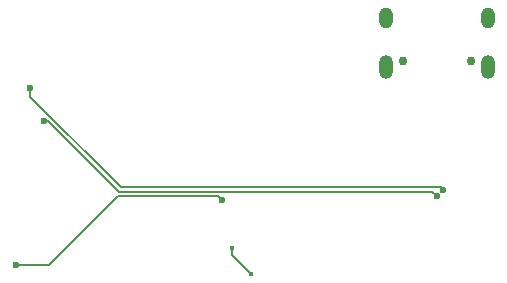
<source format=gbl>
G04 #@! TF.GenerationSoftware,KiCad,Pcbnew,8.0.7-8.0.7-0~ubuntu22.04.1*
G04 #@! TF.CreationDate,2025-01-18T09:20:26+01:00*
G04 #@! TF.ProjectId,esp32_boilerplate,65737033-325f-4626-9f69-6c6572706c61,rev?*
G04 #@! TF.SameCoordinates,Original*
G04 #@! TF.FileFunction,Copper,L2,Bot*
G04 #@! TF.FilePolarity,Positive*
%FSLAX46Y46*%
G04 Gerber Fmt 4.6, Leading zero omitted, Abs format (unit mm)*
G04 Created by KiCad (PCBNEW 8.0.7-8.0.7-0~ubuntu22.04.1) date 2025-01-18 09:20:26*
%MOMM*%
%LPD*%
G01*
G04 APERTURE LIST*
G04 #@! TA.AperFunction,ComponentPad*
%ADD10C,0.750000*%
G04 #@! TD*
G04 #@! TA.AperFunction,ComponentPad*
%ADD11O,1.200000X2.000000*%
G04 #@! TD*
G04 #@! TA.AperFunction,ComponentPad*
%ADD12O,1.200000X1.800000*%
G04 #@! TD*
G04 #@! TA.AperFunction,ViaPad*
%ADD13C,0.450000*%
G04 #@! TD*
G04 #@! TA.AperFunction,ViaPad*
%ADD14C,0.600000*%
G04 #@! TD*
G04 #@! TA.AperFunction,Conductor*
%ADD15C,0.160000*%
G04 #@! TD*
G04 APERTURE END LIST*
D10*
G04 #@! TO.P,USBC1,*
G04 #@! TO.N,*
X43074000Y-5005500D03*
X37274000Y-5005500D03*
D11*
G04 #@! TO.P,USBC1,0,SH*
G04 #@! TO.N,GND*
X44504000Y-5505500D03*
G04 #@! TO.P,USBC1,1*
G04 #@! TO.N,N/C*
X35844000Y-5505500D03*
D12*
G04 #@! TO.P,USBC1,2*
X35844000Y-1325500D03*
G04 #@! TO.P,USBC1,3*
X44504000Y-1325500D03*
G04 #@! TD*
D13*
G04 #@! TO.N,/ESP_LED*
X22856190Y-20856190D03*
X24400000Y-23000000D03*
D14*
G04 #@! TO.N,/ESP_TXD*
X5710000Y-7290000D03*
X40700000Y-15900000D03*
G04 #@! TO.N,/ESP_RXD*
X40134313Y-16465687D03*
X6939878Y-10060122D03*
G04 #@! TO.N,/ESP_EN*
X21950000Y-16750000D03*
X4500000Y-22300000D03*
G04 #@! TD*
D15*
G04 #@! TO.N,/ESP_LED*
X22856190Y-21456190D02*
X24400000Y-23000000D01*
X22856190Y-20856190D02*
X22856190Y-21456190D01*
G04 #@! TO.N,/ESP_TXD*
X5710000Y-7290000D02*
X5710000Y-8010000D01*
X40500000Y-15700000D02*
X40700000Y-15900000D01*
X13400000Y-15700000D02*
X40500000Y-15700000D01*
X5710000Y-8010000D02*
X13400000Y-15700000D01*
G04 #@! TO.N,/ESP_RXD*
X40134313Y-16465687D02*
X39728626Y-16060000D01*
X13250884Y-16060000D02*
X7251006Y-10060122D01*
X39728626Y-16060000D02*
X13250884Y-16060000D01*
X7251006Y-10060122D02*
X6939878Y-10060122D01*
G04 #@! TO.N,/ESP_EN*
X13180000Y-16420000D02*
X7300000Y-22300000D01*
X21950000Y-16750000D02*
X21620000Y-16420000D01*
X21620000Y-16420000D02*
X13180000Y-16420000D01*
X7300000Y-22300000D02*
X4500000Y-22300000D01*
G04 #@! TD*
M02*

</source>
